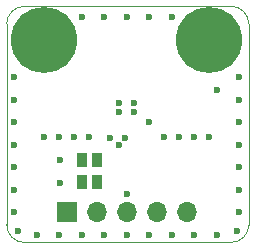
<source format=gbr>
G04 #@! TF.FileFunction,Soldermask,Bot*
%FSLAX46Y46*%
G04 Gerber Fmt 4.6, Leading zero omitted, Abs format (unit mm)*
G04 Created by KiCad (PCBNEW 4.0.5) date Sunday, 09. April 2017 'u32' 16:32:30*
%MOMM*%
%LPD*%
G01*
G04 APERTURE LIST*
%ADD10C,0.100000*%
%ADD11C,5.600000*%
%ADD12R,1.700000X1.700000*%
%ADD13O,1.700000X1.700000*%
%ADD14R,0.970000X1.270000*%
%ADD15C,0.600000*%
G04 APERTURE END LIST*
D10*
X136500000Y-80500000D02*
G75*
G03X135000000Y-79000000I-1500000J0D01*
G01*
X135000000Y-99000000D02*
G75*
G03X136500000Y-97500000I0J1500000D01*
G01*
X116000000Y-97500000D02*
G75*
G03X117500000Y-99000000I1500000J0D01*
G01*
X117500000Y-79000000D02*
G75*
G03X116000000Y-80500000I0J-1500000D01*
G01*
X116000000Y-80500000D02*
X116000000Y-97500000D01*
X135000000Y-79000000D02*
X117500000Y-79000000D01*
X136500000Y-97500000D02*
X136500000Y-80500000D01*
X117500000Y-99000000D02*
X135000000Y-99000000D01*
D11*
X133145000Y-81855000D03*
X119175000Y-81855000D03*
D12*
X121080000Y-96460000D03*
D13*
X123620000Y-96460000D03*
X126160000Y-96460000D03*
X128700000Y-96460000D03*
X131240000Y-96460000D03*
D14*
X122340000Y-93920000D03*
X123620000Y-93920000D03*
X122345000Y-92015000D03*
X123625000Y-92015000D03*
D15*
X135685000Y-85030000D03*
X135685000Y-86935000D03*
X135685000Y-88840000D03*
X135685000Y-90745000D03*
X135685000Y-92650000D03*
X135685000Y-94555000D03*
X135685000Y-96460000D03*
X135500000Y-98000000D03*
X129970000Y-79950000D03*
X128065000Y-79950000D03*
X122350000Y-79950000D03*
X124255000Y-79950000D03*
X126160000Y-79950000D03*
X133780000Y-98365000D03*
X131875000Y-98365000D03*
X129970000Y-98365000D03*
X128065000Y-98365000D03*
X126160000Y-98365000D03*
X124255000Y-98365000D03*
X122350000Y-98365000D03*
X120445000Y-98365000D03*
X118540000Y-98365000D03*
X116635000Y-85030000D03*
X116635000Y-86935000D03*
X116635000Y-88840000D03*
X116635000Y-90745000D03*
X116635000Y-92650000D03*
X116635000Y-94555000D03*
X116635000Y-96460000D03*
X117000000Y-98000000D03*
X133145000Y-90110000D03*
X131875000Y-90110000D03*
X130605000Y-90110000D03*
X129335000Y-90110000D03*
X122985000Y-90110000D03*
X121715000Y-90110000D03*
X120445000Y-90110000D03*
X119175000Y-90110000D03*
X125540000Y-87957500D03*
X126780000Y-87957500D03*
X126780000Y-87182500D03*
X125540000Y-87182500D03*
X126160000Y-94936000D03*
X126034990Y-90120324D03*
X133780000Y-86070000D03*
X128065000Y-88840000D03*
X124784978Y-90124492D03*
X125525000Y-90745000D03*
X120500000Y-94000000D03*
X120500000Y-92000000D03*
M02*

</source>
